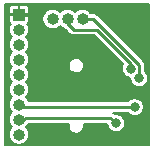
<source format=gbl>
G04 #@! TF.GenerationSoftware,KiCad,Pcbnew,5.1.5-52549c5~84~ubuntu19.04.1*
G04 #@! TF.CreationDate,2020-03-13T14:57:39+01:00*
G04 #@! TF.ProjectId,ADcmXL3021_adapter,4144636d-584c-4333-9032-315f61646170,rev?*
G04 #@! TF.SameCoordinates,Original*
G04 #@! TF.FileFunction,Copper,L2,Bot*
G04 #@! TF.FilePolarity,Positive*
%FSLAX46Y46*%
G04 Gerber Fmt 4.6, Leading zero omitted, Abs format (unit mm)*
G04 Created by KiCad (PCBNEW 5.1.5-52549c5~84~ubuntu19.04.1) date 2020-03-13 14:57:39*
%MOMM*%
%LPD*%
G04 APERTURE LIST*
%ADD10O,1.000000X1.000000*%
%ADD11R,1.000000X1.000000*%
%ADD12C,0.800000*%
%ADD13C,0.250000*%
%ADD14C,0.203200*%
G04 APERTURE END LIST*
D10*
X127254000Y-85344000D03*
X127254000Y-84074000D03*
X127254000Y-82804000D03*
X127254000Y-81534000D03*
X127254000Y-80264000D03*
X127254000Y-78994000D03*
X127254000Y-77724000D03*
X127254000Y-76454000D03*
D11*
X127254000Y-75184000D03*
D10*
X132638800Y-75565000D03*
X131368800Y-75565000D03*
X130098800Y-75565000D03*
D12*
X136245600Y-74828400D03*
X130606800Y-79451200D03*
X136702800Y-79756000D03*
X137427800Y-80575233D03*
X137058400Y-83007200D03*
X135483600Y-84378800D03*
D13*
X135845601Y-74428401D02*
X129533599Y-74428401D01*
X136245600Y-74828400D02*
X135845601Y-74428401D01*
X129533599Y-74428401D02*
X128778000Y-75184000D01*
X128778000Y-75184000D02*
X127711200Y-75184000D01*
X127711200Y-75184000D02*
X127762000Y-75184000D01*
X130606800Y-77571600D02*
X130606800Y-78885515D01*
X130606800Y-78885515D02*
X130606800Y-79451200D01*
X127660400Y-75133200D02*
X128168400Y-75133200D01*
X129133600Y-76555600D02*
X130657600Y-77622400D01*
X131470400Y-76047600D02*
X131419600Y-76047600D01*
X131876800Y-76454000D02*
X131470400Y-76047600D01*
X133837392Y-76454000D02*
X131876800Y-76454000D01*
X136702800Y-79319408D02*
X133837392Y-76454000D01*
X136702800Y-79756000D02*
X136702800Y-79319408D01*
X137427801Y-79407999D02*
X133559402Y-75539600D01*
X137427800Y-80575233D02*
X137427801Y-79407999D01*
X133559402Y-75539600D02*
X133045200Y-75539600D01*
X137058400Y-83007200D02*
X136492715Y-83007200D01*
X136492715Y-83007200D02*
X127711200Y-83007200D01*
X127711200Y-83007200D02*
X127660400Y-83007200D01*
X135083601Y-83978801D02*
X135483600Y-84378800D01*
X127660400Y-84074000D02*
X127806395Y-83928005D01*
X135032805Y-83928005D02*
X135083601Y-83978801D01*
X127806395Y-83928005D02*
X135032805Y-83928005D01*
D14*
G36*
X138252600Y-86233400D02*
G01*
X126059800Y-86233400D01*
X126059800Y-75684000D01*
X126396679Y-75684000D01*
X126403545Y-75753710D01*
X126423878Y-75820741D01*
X126456898Y-75882517D01*
X126501336Y-75936664D01*
X126546103Y-75973404D01*
X126495777Y-76048721D01*
X126431280Y-76204431D01*
X126398400Y-76369731D01*
X126398400Y-76538269D01*
X126431280Y-76703569D01*
X126495777Y-76859279D01*
X126589412Y-76999413D01*
X126678999Y-77089000D01*
X126589412Y-77178587D01*
X126495777Y-77318721D01*
X126431280Y-77474431D01*
X126398400Y-77639731D01*
X126398400Y-77808269D01*
X126431280Y-77973569D01*
X126495777Y-78129279D01*
X126589412Y-78269413D01*
X126678999Y-78359000D01*
X126589412Y-78448587D01*
X126495777Y-78588721D01*
X126431280Y-78744431D01*
X126398400Y-78909731D01*
X126398400Y-79078269D01*
X126431280Y-79243569D01*
X126495777Y-79399279D01*
X126589412Y-79539413D01*
X126678999Y-79629000D01*
X126589412Y-79718587D01*
X126495777Y-79858721D01*
X126431280Y-80014431D01*
X126398400Y-80179731D01*
X126398400Y-80348269D01*
X126431280Y-80513569D01*
X126495777Y-80669279D01*
X126589412Y-80809413D01*
X126678999Y-80899000D01*
X126589412Y-80988587D01*
X126495777Y-81128721D01*
X126431280Y-81284431D01*
X126398400Y-81449731D01*
X126398400Y-81618269D01*
X126431280Y-81783569D01*
X126495777Y-81939279D01*
X126589412Y-82079413D01*
X126678999Y-82169000D01*
X126589412Y-82258587D01*
X126495777Y-82398721D01*
X126431280Y-82554431D01*
X126398400Y-82719731D01*
X126398400Y-82888269D01*
X126431280Y-83053569D01*
X126495777Y-83209279D01*
X126589412Y-83349413D01*
X126678999Y-83439000D01*
X126589412Y-83528587D01*
X126495777Y-83668721D01*
X126431280Y-83824431D01*
X126398400Y-83989731D01*
X126398400Y-84158269D01*
X126431280Y-84323569D01*
X126495777Y-84479279D01*
X126589412Y-84619413D01*
X126678999Y-84709000D01*
X126589412Y-84798587D01*
X126495777Y-84938721D01*
X126431280Y-85094431D01*
X126398400Y-85259731D01*
X126398400Y-85428269D01*
X126431280Y-85593569D01*
X126495777Y-85749279D01*
X126589412Y-85889413D01*
X126708587Y-86008588D01*
X126848721Y-86102223D01*
X127004431Y-86166720D01*
X127169731Y-86199600D01*
X127338269Y-86199600D01*
X127503569Y-86166720D01*
X127659279Y-86102223D01*
X127799413Y-86008588D01*
X127918588Y-85889413D01*
X128012223Y-85749279D01*
X128076720Y-85593569D01*
X128109600Y-85428269D01*
X128109600Y-85259731D01*
X128076720Y-85094431D01*
X128012223Y-84938721D01*
X127918588Y-84798587D01*
X127829001Y-84709000D01*
X127918588Y-84619413D01*
X128012223Y-84479279D01*
X128041497Y-84408605D01*
X131472036Y-84408605D01*
X131448400Y-84527429D01*
X131448400Y-84656571D01*
X131473595Y-84783231D01*
X131523015Y-84902543D01*
X131594762Y-85009921D01*
X131686079Y-85101238D01*
X131793457Y-85172985D01*
X131912769Y-85222405D01*
X132039429Y-85247600D01*
X132168571Y-85247600D01*
X132295231Y-85222405D01*
X132414543Y-85172985D01*
X132521921Y-85101238D01*
X132613238Y-85009921D01*
X132684985Y-84902543D01*
X132734405Y-84783231D01*
X132759600Y-84656571D01*
X132759600Y-84527429D01*
X132735964Y-84408605D01*
X134728000Y-84408605D01*
X134728000Y-84453220D01*
X134757037Y-84599200D01*
X134813996Y-84736711D01*
X134896687Y-84860467D01*
X135001933Y-84965713D01*
X135125689Y-85048404D01*
X135263200Y-85105363D01*
X135409180Y-85134400D01*
X135558020Y-85134400D01*
X135704000Y-85105363D01*
X135841511Y-85048404D01*
X135965267Y-84965713D01*
X136070513Y-84860467D01*
X136153204Y-84736711D01*
X136210163Y-84599200D01*
X136239200Y-84453220D01*
X136239200Y-84304380D01*
X136210163Y-84158400D01*
X136153204Y-84020889D01*
X136070513Y-83897133D01*
X135965267Y-83791887D01*
X135841511Y-83709196D01*
X135704000Y-83652237D01*
X135558020Y-83623200D01*
X135409180Y-83623200D01*
X135407921Y-83623451D01*
X135389340Y-83604870D01*
X135374285Y-83586525D01*
X135301104Y-83526468D01*
X135228762Y-83487800D01*
X136470774Y-83487800D01*
X136471487Y-83488867D01*
X136576733Y-83594113D01*
X136700489Y-83676804D01*
X136838000Y-83733763D01*
X136983980Y-83762800D01*
X137132820Y-83762800D01*
X137278800Y-83733763D01*
X137416311Y-83676804D01*
X137540067Y-83594113D01*
X137645313Y-83488867D01*
X137728004Y-83365111D01*
X137784963Y-83227600D01*
X137814000Y-83081620D01*
X137814000Y-82932780D01*
X137784963Y-82786800D01*
X137728004Y-82649289D01*
X137645313Y-82525533D01*
X137540067Y-82420287D01*
X137416311Y-82337596D01*
X137278800Y-82280637D01*
X137132820Y-82251600D01*
X136983980Y-82251600D01*
X136838000Y-82280637D01*
X136700489Y-82337596D01*
X136576733Y-82420287D01*
X136471487Y-82525533D01*
X136470774Y-82526600D01*
X128065192Y-82526600D01*
X128012223Y-82398721D01*
X127918588Y-82258587D01*
X127829001Y-82169000D01*
X127918588Y-82079413D01*
X128012223Y-81939279D01*
X128076720Y-81783569D01*
X128109600Y-81618269D01*
X128109600Y-81449731D01*
X128076720Y-81284431D01*
X128012223Y-81128721D01*
X127918588Y-80988587D01*
X127829001Y-80899000D01*
X127918588Y-80809413D01*
X128012223Y-80669279D01*
X128076720Y-80513569D01*
X128109600Y-80348269D01*
X128109600Y-80179731D01*
X128076720Y-80014431D01*
X128012223Y-79858721D01*
X127918588Y-79718587D01*
X127829001Y-79629000D01*
X127918588Y-79539413D01*
X127993413Y-79427429D01*
X131448400Y-79427429D01*
X131448400Y-79556571D01*
X131473595Y-79683231D01*
X131523015Y-79802543D01*
X131594762Y-79909921D01*
X131686079Y-80001238D01*
X131793457Y-80072985D01*
X131912769Y-80122405D01*
X132039429Y-80147600D01*
X132168571Y-80147600D01*
X132295231Y-80122405D01*
X132414543Y-80072985D01*
X132521921Y-80001238D01*
X132613238Y-79909921D01*
X132684985Y-79802543D01*
X132734405Y-79683231D01*
X132759600Y-79556571D01*
X132759600Y-79427429D01*
X132734405Y-79300769D01*
X132684985Y-79181457D01*
X132613238Y-79074079D01*
X132521921Y-78982762D01*
X132414543Y-78911015D01*
X132295231Y-78861595D01*
X132168571Y-78836400D01*
X132039429Y-78836400D01*
X131912769Y-78861595D01*
X131793457Y-78911015D01*
X131686079Y-78982762D01*
X131594762Y-79074079D01*
X131523015Y-79181457D01*
X131473595Y-79300769D01*
X131448400Y-79427429D01*
X127993413Y-79427429D01*
X128012223Y-79399279D01*
X128076720Y-79243569D01*
X128109600Y-79078269D01*
X128109600Y-78909731D01*
X128076720Y-78744431D01*
X128012223Y-78588721D01*
X127918588Y-78448587D01*
X127829001Y-78359000D01*
X127918588Y-78269413D01*
X128012223Y-78129279D01*
X128076720Y-77973569D01*
X128109600Y-77808269D01*
X128109600Y-77639731D01*
X128076720Y-77474431D01*
X128012223Y-77318721D01*
X127918588Y-77178587D01*
X127829001Y-77089000D01*
X127918588Y-76999413D01*
X128012223Y-76859279D01*
X128076720Y-76703569D01*
X128109600Y-76538269D01*
X128109600Y-76369731D01*
X128076720Y-76204431D01*
X128012223Y-76048721D01*
X127961897Y-75973404D01*
X128006664Y-75936664D01*
X128051102Y-75882517D01*
X128084122Y-75820741D01*
X128104455Y-75753710D01*
X128111321Y-75684000D01*
X128110415Y-75480731D01*
X129243200Y-75480731D01*
X129243200Y-75649269D01*
X129276080Y-75814569D01*
X129340577Y-75970279D01*
X129434212Y-76110413D01*
X129553387Y-76229588D01*
X129693521Y-76323223D01*
X129849231Y-76387720D01*
X130014531Y-76420600D01*
X130183069Y-76420600D01*
X130348369Y-76387720D01*
X130504079Y-76323223D01*
X130644213Y-76229588D01*
X130733800Y-76140001D01*
X130823387Y-76229588D01*
X130963521Y-76323223D01*
X131055257Y-76361221D01*
X131078120Y-76389080D01*
X131151301Y-76449137D01*
X131234793Y-76493765D01*
X131237810Y-76494680D01*
X131520269Y-76777140D01*
X131535320Y-76795480D01*
X131578747Y-76831119D01*
X131608500Y-76855537D01*
X131691991Y-76900164D01*
X131691993Y-76900165D01*
X131782586Y-76927646D01*
X131853193Y-76934600D01*
X131853195Y-76934600D01*
X131876799Y-76936925D01*
X131900403Y-76934600D01*
X133638322Y-76934600D01*
X136060679Y-79356958D01*
X136033196Y-79398089D01*
X135976237Y-79535600D01*
X135947200Y-79681580D01*
X135947200Y-79830420D01*
X135976237Y-79976400D01*
X136033196Y-80113911D01*
X136115887Y-80237667D01*
X136221133Y-80342913D01*
X136344889Y-80425604D01*
X136482400Y-80482563D01*
X136628380Y-80511600D01*
X136672200Y-80511600D01*
X136672200Y-80649653D01*
X136701237Y-80795633D01*
X136758196Y-80933144D01*
X136840887Y-81056900D01*
X136946133Y-81162146D01*
X137069889Y-81244837D01*
X137207400Y-81301796D01*
X137353380Y-81330833D01*
X137502220Y-81330833D01*
X137648200Y-81301796D01*
X137785711Y-81244837D01*
X137909467Y-81162146D01*
X138014713Y-81056900D01*
X138097404Y-80933144D01*
X138154363Y-80795633D01*
X138183400Y-80649653D01*
X138183400Y-80500813D01*
X138154363Y-80354833D01*
X138097404Y-80217322D01*
X138014713Y-80093566D01*
X137909467Y-79988320D01*
X137908400Y-79987607D01*
X137908401Y-79431603D01*
X137910726Y-79407998D01*
X137908401Y-79384392D01*
X137901447Y-79313786D01*
X137873966Y-79223193D01*
X137873965Y-79223190D01*
X137829338Y-79139699D01*
X137784328Y-79084855D01*
X137784327Y-79084854D01*
X137769281Y-79066520D01*
X137750947Y-79051474D01*
X133915937Y-75216465D01*
X133900882Y-75198120D01*
X133827701Y-75138063D01*
X133744209Y-75093435D01*
X133653616Y-75065954D01*
X133583009Y-75059000D01*
X133583006Y-75059000D01*
X133559402Y-75056675D01*
X133535798Y-75059000D01*
X133329723Y-75059000D01*
X133303388Y-75019587D01*
X133184213Y-74900412D01*
X133044079Y-74806777D01*
X132888369Y-74742280D01*
X132723069Y-74709400D01*
X132554531Y-74709400D01*
X132389231Y-74742280D01*
X132233521Y-74806777D01*
X132093387Y-74900412D01*
X132003800Y-74989999D01*
X131914213Y-74900412D01*
X131774079Y-74806777D01*
X131618369Y-74742280D01*
X131453069Y-74709400D01*
X131284531Y-74709400D01*
X131119231Y-74742280D01*
X130963521Y-74806777D01*
X130823387Y-74900412D01*
X130733800Y-74989999D01*
X130644213Y-74900412D01*
X130504079Y-74806777D01*
X130348369Y-74742280D01*
X130183069Y-74709400D01*
X130014531Y-74709400D01*
X129849231Y-74742280D01*
X129693521Y-74806777D01*
X129553387Y-74900412D01*
X129434212Y-75019587D01*
X129340577Y-75159721D01*
X129276080Y-75315431D01*
X129243200Y-75480731D01*
X128110415Y-75480731D01*
X128109600Y-75298300D01*
X128020700Y-75209400D01*
X127279400Y-75209400D01*
X127279400Y-75229400D01*
X127228600Y-75229400D01*
X127228600Y-75209400D01*
X126487300Y-75209400D01*
X126398400Y-75298300D01*
X126396679Y-75684000D01*
X126059800Y-75684000D01*
X126059800Y-74684000D01*
X126396679Y-74684000D01*
X126398400Y-75069700D01*
X126487300Y-75158600D01*
X127228600Y-75158600D01*
X127228600Y-74417300D01*
X127279400Y-74417300D01*
X127279400Y-75158600D01*
X128020700Y-75158600D01*
X128109600Y-75069700D01*
X128111321Y-74684000D01*
X128104455Y-74614290D01*
X128084122Y-74547259D01*
X128051102Y-74485483D01*
X128006664Y-74431336D01*
X127952517Y-74386898D01*
X127890741Y-74353878D01*
X127823710Y-74333545D01*
X127754000Y-74326679D01*
X127368300Y-74328400D01*
X127279400Y-74417300D01*
X127228600Y-74417300D01*
X127139700Y-74328400D01*
X126754000Y-74326679D01*
X126684290Y-74333545D01*
X126617259Y-74353878D01*
X126555483Y-74386898D01*
X126501336Y-74431336D01*
X126456898Y-74485483D01*
X126423878Y-74547259D01*
X126403545Y-74614290D01*
X126396679Y-74684000D01*
X126059800Y-74684000D01*
X126059800Y-74294600D01*
X138252601Y-74294600D01*
X138252600Y-86233400D01*
G37*
X138252600Y-86233400D02*
X126059800Y-86233400D01*
X126059800Y-75684000D01*
X126396679Y-75684000D01*
X126403545Y-75753710D01*
X126423878Y-75820741D01*
X126456898Y-75882517D01*
X126501336Y-75936664D01*
X126546103Y-75973404D01*
X126495777Y-76048721D01*
X126431280Y-76204431D01*
X126398400Y-76369731D01*
X126398400Y-76538269D01*
X126431280Y-76703569D01*
X126495777Y-76859279D01*
X126589412Y-76999413D01*
X126678999Y-77089000D01*
X126589412Y-77178587D01*
X126495777Y-77318721D01*
X126431280Y-77474431D01*
X126398400Y-77639731D01*
X126398400Y-77808269D01*
X126431280Y-77973569D01*
X126495777Y-78129279D01*
X126589412Y-78269413D01*
X126678999Y-78359000D01*
X126589412Y-78448587D01*
X126495777Y-78588721D01*
X126431280Y-78744431D01*
X126398400Y-78909731D01*
X126398400Y-79078269D01*
X126431280Y-79243569D01*
X126495777Y-79399279D01*
X126589412Y-79539413D01*
X126678999Y-79629000D01*
X126589412Y-79718587D01*
X126495777Y-79858721D01*
X126431280Y-80014431D01*
X126398400Y-80179731D01*
X126398400Y-80348269D01*
X126431280Y-80513569D01*
X126495777Y-80669279D01*
X126589412Y-80809413D01*
X126678999Y-80899000D01*
X126589412Y-80988587D01*
X126495777Y-81128721D01*
X126431280Y-81284431D01*
X126398400Y-81449731D01*
X126398400Y-81618269D01*
X126431280Y-81783569D01*
X126495777Y-81939279D01*
X126589412Y-82079413D01*
X126678999Y-82169000D01*
X126589412Y-82258587D01*
X126495777Y-82398721D01*
X126431280Y-82554431D01*
X126398400Y-82719731D01*
X126398400Y-82888269D01*
X126431280Y-83053569D01*
X126495777Y-83209279D01*
X126589412Y-83349413D01*
X126678999Y-83439000D01*
X126589412Y-83528587D01*
X126495777Y-83668721D01*
X126431280Y-83824431D01*
X126398400Y-83989731D01*
X126398400Y-84158269D01*
X126431280Y-84323569D01*
X126495777Y-84479279D01*
X126589412Y-84619413D01*
X126678999Y-84709000D01*
X126589412Y-84798587D01*
X126495777Y-84938721D01*
X126431280Y-85094431D01*
X126398400Y-85259731D01*
X126398400Y-85428269D01*
X126431280Y-85593569D01*
X126495777Y-85749279D01*
X126589412Y-85889413D01*
X126708587Y-86008588D01*
X126848721Y-86102223D01*
X127004431Y-86166720D01*
X127169731Y-86199600D01*
X127338269Y-86199600D01*
X127503569Y-86166720D01*
X127659279Y-86102223D01*
X127799413Y-86008588D01*
X127918588Y-85889413D01*
X128012223Y-85749279D01*
X128076720Y-85593569D01*
X128109600Y-85428269D01*
X128109600Y-85259731D01*
X128076720Y-85094431D01*
X128012223Y-84938721D01*
X127918588Y-84798587D01*
X127829001Y-84709000D01*
X127918588Y-84619413D01*
X128012223Y-84479279D01*
X128041497Y-84408605D01*
X131472036Y-84408605D01*
X131448400Y-84527429D01*
X131448400Y-84656571D01*
X131473595Y-84783231D01*
X131523015Y-84902543D01*
X131594762Y-85009921D01*
X131686079Y-85101238D01*
X131793457Y-85172985D01*
X131912769Y-85222405D01*
X132039429Y-85247600D01*
X132168571Y-85247600D01*
X132295231Y-85222405D01*
X132414543Y-85172985D01*
X132521921Y-85101238D01*
X132613238Y-85009921D01*
X132684985Y-84902543D01*
X132734405Y-84783231D01*
X132759600Y-84656571D01*
X132759600Y-84527429D01*
X132735964Y-84408605D01*
X134728000Y-84408605D01*
X134728000Y-84453220D01*
X134757037Y-84599200D01*
X134813996Y-84736711D01*
X134896687Y-84860467D01*
X135001933Y-84965713D01*
X135125689Y-85048404D01*
X135263200Y-85105363D01*
X135409180Y-85134400D01*
X135558020Y-85134400D01*
X135704000Y-85105363D01*
X135841511Y-85048404D01*
X135965267Y-84965713D01*
X136070513Y-84860467D01*
X136153204Y-84736711D01*
X136210163Y-84599200D01*
X136239200Y-84453220D01*
X136239200Y-84304380D01*
X136210163Y-84158400D01*
X136153204Y-84020889D01*
X136070513Y-83897133D01*
X135965267Y-83791887D01*
X135841511Y-83709196D01*
X135704000Y-83652237D01*
X135558020Y-83623200D01*
X135409180Y-83623200D01*
X135407921Y-83623451D01*
X135389340Y-83604870D01*
X135374285Y-83586525D01*
X135301104Y-83526468D01*
X135228762Y-83487800D01*
X136470774Y-83487800D01*
X136471487Y-83488867D01*
X136576733Y-83594113D01*
X136700489Y-83676804D01*
X136838000Y-83733763D01*
X136983980Y-83762800D01*
X137132820Y-83762800D01*
X137278800Y-83733763D01*
X137416311Y-83676804D01*
X137540067Y-83594113D01*
X137645313Y-83488867D01*
X137728004Y-83365111D01*
X137784963Y-83227600D01*
X137814000Y-83081620D01*
X137814000Y-82932780D01*
X137784963Y-82786800D01*
X137728004Y-82649289D01*
X137645313Y-82525533D01*
X137540067Y-82420287D01*
X137416311Y-82337596D01*
X137278800Y-82280637D01*
X137132820Y-82251600D01*
X136983980Y-82251600D01*
X136838000Y-82280637D01*
X136700489Y-82337596D01*
X136576733Y-82420287D01*
X136471487Y-82525533D01*
X136470774Y-82526600D01*
X128065192Y-82526600D01*
X128012223Y-82398721D01*
X127918588Y-82258587D01*
X127829001Y-82169000D01*
X127918588Y-82079413D01*
X128012223Y-81939279D01*
X128076720Y-81783569D01*
X128109600Y-81618269D01*
X128109600Y-81449731D01*
X128076720Y-81284431D01*
X128012223Y-81128721D01*
X127918588Y-80988587D01*
X127829001Y-80899000D01*
X127918588Y-80809413D01*
X128012223Y-80669279D01*
X128076720Y-80513569D01*
X128109600Y-80348269D01*
X128109600Y-80179731D01*
X128076720Y-80014431D01*
X128012223Y-79858721D01*
X127918588Y-79718587D01*
X127829001Y-79629000D01*
X127918588Y-79539413D01*
X127993413Y-79427429D01*
X131448400Y-79427429D01*
X131448400Y-79556571D01*
X131473595Y-79683231D01*
X131523015Y-79802543D01*
X131594762Y-79909921D01*
X131686079Y-80001238D01*
X131793457Y-80072985D01*
X131912769Y-80122405D01*
X132039429Y-80147600D01*
X132168571Y-80147600D01*
X132295231Y-80122405D01*
X132414543Y-80072985D01*
X132521921Y-80001238D01*
X132613238Y-79909921D01*
X132684985Y-79802543D01*
X132734405Y-79683231D01*
X132759600Y-79556571D01*
X132759600Y-79427429D01*
X132734405Y-79300769D01*
X132684985Y-79181457D01*
X132613238Y-79074079D01*
X132521921Y-78982762D01*
X132414543Y-78911015D01*
X132295231Y-78861595D01*
X132168571Y-78836400D01*
X132039429Y-78836400D01*
X131912769Y-78861595D01*
X131793457Y-78911015D01*
X131686079Y-78982762D01*
X131594762Y-79074079D01*
X131523015Y-79181457D01*
X131473595Y-79300769D01*
X131448400Y-79427429D01*
X127993413Y-79427429D01*
X128012223Y-79399279D01*
X128076720Y-79243569D01*
X128109600Y-79078269D01*
X128109600Y-78909731D01*
X128076720Y-78744431D01*
X128012223Y-78588721D01*
X127918588Y-78448587D01*
X127829001Y-78359000D01*
X127918588Y-78269413D01*
X128012223Y-78129279D01*
X128076720Y-77973569D01*
X128109600Y-77808269D01*
X128109600Y-77639731D01*
X128076720Y-77474431D01*
X128012223Y-77318721D01*
X127918588Y-77178587D01*
X127829001Y-77089000D01*
X127918588Y-76999413D01*
X128012223Y-76859279D01*
X128076720Y-76703569D01*
X128109600Y-76538269D01*
X128109600Y-76369731D01*
X128076720Y-76204431D01*
X128012223Y-76048721D01*
X127961897Y-75973404D01*
X128006664Y-75936664D01*
X128051102Y-75882517D01*
X128084122Y-75820741D01*
X128104455Y-75753710D01*
X128111321Y-75684000D01*
X128110415Y-75480731D01*
X129243200Y-75480731D01*
X129243200Y-75649269D01*
X129276080Y-75814569D01*
X129340577Y-75970279D01*
X129434212Y-76110413D01*
X129553387Y-76229588D01*
X129693521Y-76323223D01*
X129849231Y-76387720D01*
X130014531Y-76420600D01*
X130183069Y-76420600D01*
X130348369Y-76387720D01*
X130504079Y-76323223D01*
X130644213Y-76229588D01*
X130733800Y-76140001D01*
X130823387Y-76229588D01*
X130963521Y-76323223D01*
X131055257Y-76361221D01*
X131078120Y-76389080D01*
X131151301Y-76449137D01*
X131234793Y-76493765D01*
X131237810Y-76494680D01*
X131520269Y-76777140D01*
X131535320Y-76795480D01*
X131578747Y-76831119D01*
X131608500Y-76855537D01*
X131691991Y-76900164D01*
X131691993Y-76900165D01*
X131782586Y-76927646D01*
X131853193Y-76934600D01*
X131853195Y-76934600D01*
X131876799Y-76936925D01*
X131900403Y-76934600D01*
X133638322Y-76934600D01*
X136060679Y-79356958D01*
X136033196Y-79398089D01*
X135976237Y-79535600D01*
X135947200Y-79681580D01*
X135947200Y-79830420D01*
X135976237Y-79976400D01*
X136033196Y-80113911D01*
X136115887Y-80237667D01*
X136221133Y-80342913D01*
X136344889Y-80425604D01*
X136482400Y-80482563D01*
X136628380Y-80511600D01*
X136672200Y-80511600D01*
X136672200Y-80649653D01*
X136701237Y-80795633D01*
X136758196Y-80933144D01*
X136840887Y-81056900D01*
X136946133Y-81162146D01*
X137069889Y-81244837D01*
X137207400Y-81301796D01*
X137353380Y-81330833D01*
X137502220Y-81330833D01*
X137648200Y-81301796D01*
X137785711Y-81244837D01*
X137909467Y-81162146D01*
X138014713Y-81056900D01*
X138097404Y-80933144D01*
X138154363Y-80795633D01*
X138183400Y-80649653D01*
X138183400Y-80500813D01*
X138154363Y-80354833D01*
X138097404Y-80217322D01*
X138014713Y-80093566D01*
X137909467Y-79988320D01*
X137908400Y-79987607D01*
X137908401Y-79431603D01*
X137910726Y-79407998D01*
X137908401Y-79384392D01*
X137901447Y-79313786D01*
X137873966Y-79223193D01*
X137873965Y-79223190D01*
X137829338Y-79139699D01*
X137784328Y-79084855D01*
X137784327Y-79084854D01*
X137769281Y-79066520D01*
X137750947Y-79051474D01*
X133915937Y-75216465D01*
X133900882Y-75198120D01*
X133827701Y-75138063D01*
X133744209Y-75093435D01*
X133653616Y-75065954D01*
X133583009Y-75059000D01*
X133583006Y-75059000D01*
X133559402Y-75056675D01*
X133535798Y-75059000D01*
X133329723Y-75059000D01*
X133303388Y-75019587D01*
X133184213Y-74900412D01*
X133044079Y-74806777D01*
X132888369Y-74742280D01*
X132723069Y-74709400D01*
X132554531Y-74709400D01*
X132389231Y-74742280D01*
X132233521Y-74806777D01*
X132093387Y-74900412D01*
X132003800Y-74989999D01*
X131914213Y-74900412D01*
X131774079Y-74806777D01*
X131618369Y-74742280D01*
X131453069Y-74709400D01*
X131284531Y-74709400D01*
X131119231Y-74742280D01*
X130963521Y-74806777D01*
X130823387Y-74900412D01*
X130733800Y-74989999D01*
X130644213Y-74900412D01*
X130504079Y-74806777D01*
X130348369Y-74742280D01*
X130183069Y-74709400D01*
X130014531Y-74709400D01*
X129849231Y-74742280D01*
X129693521Y-74806777D01*
X129553387Y-74900412D01*
X129434212Y-75019587D01*
X129340577Y-75159721D01*
X129276080Y-75315431D01*
X129243200Y-75480731D01*
X128110415Y-75480731D01*
X128109600Y-75298300D01*
X128020700Y-75209400D01*
X127279400Y-75209400D01*
X127279400Y-75229400D01*
X127228600Y-75229400D01*
X127228600Y-75209400D01*
X126487300Y-75209400D01*
X126398400Y-75298300D01*
X126396679Y-75684000D01*
X126059800Y-75684000D01*
X126059800Y-74684000D01*
X126396679Y-74684000D01*
X126398400Y-75069700D01*
X126487300Y-75158600D01*
X127228600Y-75158600D01*
X127228600Y-74417300D01*
X127279400Y-74417300D01*
X127279400Y-75158600D01*
X128020700Y-75158600D01*
X128109600Y-75069700D01*
X128111321Y-74684000D01*
X128104455Y-74614290D01*
X128084122Y-74547259D01*
X128051102Y-74485483D01*
X128006664Y-74431336D01*
X127952517Y-74386898D01*
X127890741Y-74353878D01*
X127823710Y-74333545D01*
X127754000Y-74326679D01*
X127368300Y-74328400D01*
X127279400Y-74417300D01*
X127228600Y-74417300D01*
X127139700Y-74328400D01*
X126754000Y-74326679D01*
X126684290Y-74333545D01*
X126617259Y-74353878D01*
X126555483Y-74386898D01*
X126501336Y-74431336D01*
X126456898Y-74485483D01*
X126423878Y-74547259D01*
X126403545Y-74614290D01*
X126396679Y-74684000D01*
X126059800Y-74684000D01*
X126059800Y-74294600D01*
X138252601Y-74294600D01*
X138252600Y-86233400D01*
M02*

</source>
